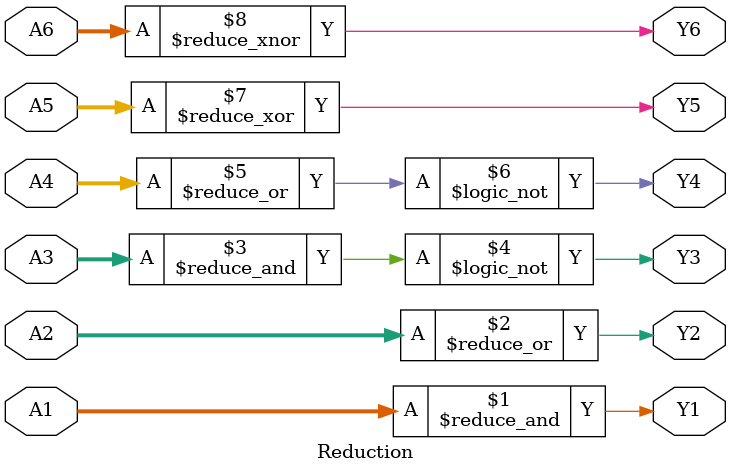
<source format=v>
module Reduction(A1, A2, A3, A4, A5, A6, Y1, Y2, Y3, Y4, Y5, Y6);

input wire [1:0]A1;
input wire [1:0]A2;
input wire [1:0]A3;
input wire [1:0]A4;
input wire [1:0]A5;
input wire [1:0]A6;
output wire Y1;
output wire Y2;
output wire Y3;
output wire Y4;
output wire Y5;
output wire Y6;
assign Y1 = {(&A1[1:0])};
assign Y2 = {(|A2[1:0])};
assign Y3 = {(~&A3[1:0])};
assign Y4 = {(~|A4[1:0])};
assign Y5 = {(^A5[1:0])};
assign Y6 = {(~^A6[1:0])};
endmodule

</source>
